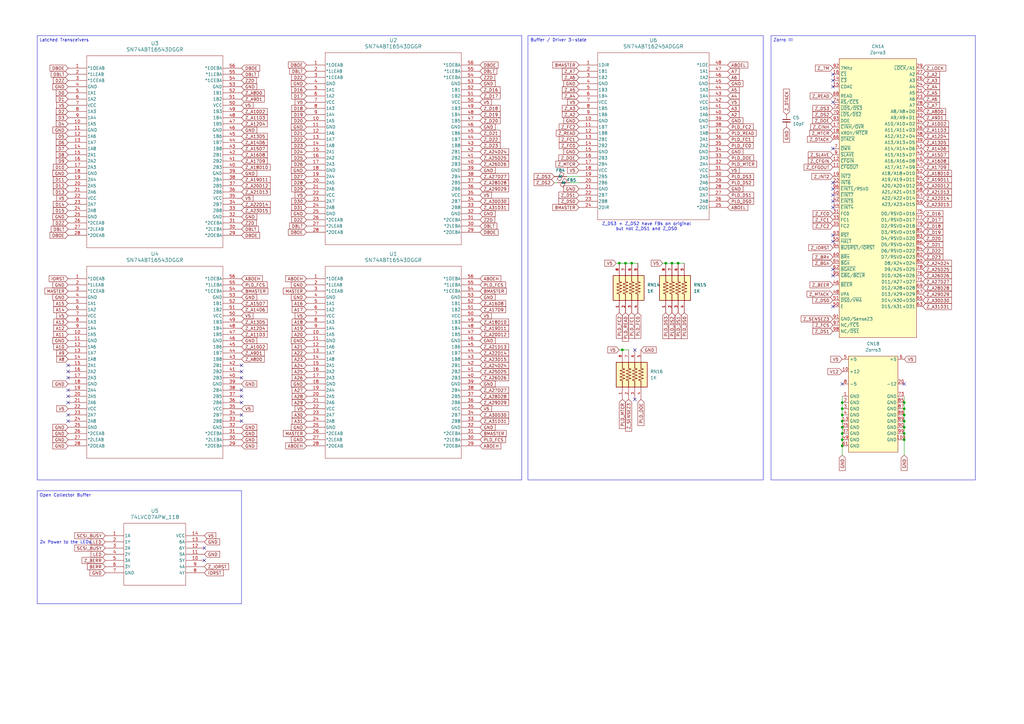
<source format=kicad_sch>
(kicad_sch (version 20250114) (generator "eeschema") (generator_version "9.0")
  (paper "A3")
  (title_block (title "A4092") (rev "PROTO0") (company "amiga.technology"))
  (text "Z_DS3 + Z_DS2 have FBs on original\nbut not Z_DS1 and Z_DS0" (at 265.176 92.964 0) (effects (font (size 1.27 1.27))))
  (text "2x Power to the LEDs." (at 27.178 222.504 0) (effects (font (size 1.27 1.27))))
  (text_box "Buffer / Driver 3-state\n" (at 216.535 14.605 0) (size 96.52 182.245) (margins 0.9525 0.9525 0.9525 0.9525) (effects (font (size 1.27 1.27)) (justify left top)))
  (text_box "Latched Transceivers" (at 15.24 14.605 0) (size 198.755 182.245) (margins 0.9525 0.9525 0.9525 0.9525) (effects (font (size 1.27 1.27)) (justify left top)))
  (text_box "Open Collector Buffer\n" (at 15.24 201.295 0) (size 83.82 46.355) (margins 0.9525 0.9525 0.9525 0.9525) (effects (font (size 1.27 1.27)) (justify left top)))
  (text_box "Zorro III" (at 316.23 14.605 0) (size 83.82 182.245) (margins 0.9525 0.9525 0.9525 0.9525) (effects (font (size 1.27 1.27)) (justify left top)))
  (junction (at 345.44 182.88))
  (junction (at 259.08 107.95))
  (junction (at 255.27 143.51))
  (junction (at 345.44 175.26))
  (junction (at 278.13 107.95))
  (junction (at 273.05 107.95))
  (junction (at 370.84 175.26))
  (junction (at 370.84 165.1))
  (junction (at 254 107.95))
  (junction (at 370.84 172.72))
  (junction (at 345.44 167.64))
  (junction (at 345.44 170.18))
  (junction (at 345.44 180.34))
  (junction (at 370.84 170.18))
  (junction (at 345.44 172.72))
  (junction (at 370.84 177.8))
  (junction (at 345.44 165.1))
  (junction (at 370.84 167.64))
  (junction (at 275.59 107.95))
  (junction (at 256.54 107.95))
  (junction (at 345.44 177.8))
  (junction (at 370.84 180.34))
  (no_connect (at 27.94 170.18))
  (no_connect (at 341.63 80.01))
  (no_connect (at 27.94 165.1))
  (no_connect (at 370.84 157.48))
  (no_connect (at 341.63 60.96))
  (no_connect (at 83.82 229.87))
  (no_connect (at 99.06 162.56))
  (no_connect (at 341.63 85.09))
  (no_connect (at 99.06 172.72))
  (no_connect (at 341.63 35.56))
  (no_connect (at 99.06 154.94))
  (no_connect (at 341.63 41.91))
  (no_connect (at 341.63 96.52))
  (no_connect (at 341.63 74.93))
  (no_connect (at 27.94 162.56))
  (no_connect (at 27.94 172.72))
  (no_connect (at 341.63 125.73))
  (no_connect (at 341.63 33.02))
  (no_connect (at 83.82 224.79))
  (no_connect (at 99.06 160.02))
  (no_connect (at 341.63 99.06))
  (no_connect (at 99.06 152.4))
  (no_connect (at 99.06 165.1))
  (no_connect (at 260.35 143.51))
  (no_connect (at 27.94 152.4))
  (no_connect (at 99.06 149.86))
  (no_connect (at 99.06 170.18))
  (no_connect (at 260.35 163.83))
  (no_connect (at 341.63 77.47))
  (no_connect (at 341.63 30.48))
  (no_connect (at 341.63 110.49))
  (no_connect (at 341.63 82.55))
  (no_connect (at 27.94 154.94))
  (no_connect (at 345.44 157.48))
  (no_connect (at 27.94 160.02))
  (no_connect (at 27.94 149.86))
  (no_connect (at 341.63 113.03))
  (wire (pts (xy 345.44 167.64) (xy 345.44 170.18)))
  (wire (pts (xy 345.44 180.34) (xy 345.44 182.88)))
  (wire (pts (xy 254 107.95) (xy 256.54 107.95)))
  (wire (pts (xy 370.84 180.34) (xy 370.84 186.69)))
  (wire (pts (xy 345.44 172.72) (xy 345.44 175.26)))
  (wire (pts (xy 256.54 107.95) (xy 259.08 107.95)))
  (wire (pts (xy 273.05 107.95) (xy 275.59 107.95)))
  (wire (pts (xy 252.73 107.95) (xy 254 107.95)))
  (wire (pts (xy 370.84 162.56) (xy 370.84 165.1)))
  (wire (pts (xy 259.08 107.95) (xy 261.62 107.95)))
  (wire (pts (xy 345.44 170.18) (xy 345.44 172.72)))
  (wire (pts (xy 370.84 170.18) (xy 370.84 172.72)))
  (wire (pts (xy 345.44 175.26) (xy 345.44 177.8)))
  (wire (pts (xy 275.59 107.95) (xy 278.13 107.95)))
  (wire (pts (xy 254 143.51) (xy 255.27 143.51)))
  (wire (pts (xy 278.13 107.95) (xy 280.67 107.95)))
  (wire (pts (xy 370.84 172.72) (xy 370.84 175.26)))
  (wire (pts (xy 370.84 167.64) (xy 370.84 170.18)))
  (wire (pts (xy 345.44 182.88) (xy 345.44 186.69)))
  (wire (pts (xy 233.68 74.93) (xy 237.49 74.93)))
  (wire (pts (xy 227.33 74.93) (xy 228.6 74.93)))
  (wire (pts (xy 345.44 165.1) (xy 345.44 167.64)))
  (wire (pts (xy 370.84 175.26) (xy 370.84 177.8)))
  (wire (pts (xy 370.84 177.8) (xy 370.84 180.34)))
  (wire (pts (xy 271.78 107.95) (xy 273.05 107.95)))
  (wire (pts (xy 345.44 177.8) (xy 345.44 180.34)))
  (wire (pts (xy 370.84 165.1) (xy 370.84 167.64)))
  (wire (pts (xy 255.27 143.51) (xy 257.81 143.51)))
  (wire (pts (xy 232.41 72.39) (xy 237.49 72.39)))
  (wire (pts (xy 345.44 162.56) (xy 345.44 165.1)))
  (global_label "D7" (shape input) (at 27.94 60.96 180) (property "Intersheetrefs" "${INTERSHEET_REFS}" (effects (hide yes))))
  (global_label "Z_DOE" (shape input) (at 341.63 49.53 180) (property "Intersheetrefs" "${INTERSHEET_REFS}" (effects (hide yes))))
  (global_label "ABOEH" (shape input) (at 196.85 114.3 0) (property "Intersheetrefs" "${INTERSHEET_REFS}" (effects (hide yes))))
  (global_label "V5" (shape input) (at 99.06 129.54 0) (property "Intersheetrefs" "${INTERSHEET_REFS}" (effects (hide yes))))
  (global_label "Z_A21D13" (shape input) (at 378.46 78.74 0) (property "Intersheetrefs" "${INTERSHEET_REFS}" (effects (hide yes))))
  (global_label "A9" (shape input) (at 27.94 144.78 180) (property "Intersheetrefs" "${INTERSHEET_REFS}" (effects (hide yes))))
  (global_label "D23" (shape input) (at 125.73 59.69 180) (property "Intersheetrefs" "${INTERSHEET_REFS}" (effects (hide yes))))
  (global_label "Z_A11D3" (shape input) (at 99.06 137.16 0) (property "Intersheetrefs" "${INTERSHEET_REFS}" (effects (hide yes))))
  (global_label "D20" (shape input) (at 125.73 49.53 180) (property "Intersheetrefs" "${INTERSHEET_REFS}" (effects (hide yes))))
  (global_label "PLD_DS2" (shape input) (at 298.45 74.93 0) (property "Intersheetrefs" "${INTERSHEET_REFS}" (effects (hide yes))))
  (global_label "GND" (shape input) (at 83.82 227.33 0) (property "Intersheetrefs" "${INTERSHEET_REFS}" (effects (hide yes))))
  (global_label "Z_A18D10" (shape input) (at 99.06 68.58 0) (property "Intersheetrefs" "${INTERSHEET_REFS}" (effects (hide yes))))
  (global_label "Z_A30D30" (shape input) (at 378.46 123.19 0) (property "Intersheetrefs" "${INTERSHEET_REFS}" (effects (hide yes))))
  (global_label "GND" (shape input) (at 196.85 87.63 0) (property "Intersheetrefs" "${INTERSHEET_REFS}" (effects (hide yes))))
  (global_label "PLD_DS1" (shape input) (at 298.45 80.01 0) (property "Intersheetrefs" "${INTERSHEET_REFS}" (effects (hide yes))))
  (global_label "MASTER" (shape input) (at 125.73 119.38 180) (property "Intersheetrefs" "${INTERSHEET_REFS}" (effects (hide yes))))
  (global_label "Z2D" (shape input) (at 196.85 31.75 0) (property "Intersheetrefs" "${INTERSHEET_REFS}" (effects (hide yes))))
  (global_label "V5" (shape input) (at 27.94 43.18 180) (property "Intersheetrefs" "${INTERSHEET_REFS}" (effects (hide yes))))
  (global_label "D10" (shape input) (at 27.94 68.58 180) (property "Intersheetrefs" "${INTERSHEET_REFS}" (effects (hide yes))))
  (global_label "GND" (shape input) (at 125.73 116.84 180) (property "Intersheetrefs" "${INTERSHEET_REFS}" (effects (hide yes))))
  (global_label "GND" (shape input) (at 99.06 121.92 0) (property "Intersheetrefs" "${INTERSHEET_REFS}" (effects (hide yes))))
  (global_label "Z_D23" (shape input) (at 196.85 59.69 0) (property "Intersheetrefs" "${INTERSHEET_REFS}" (effects (hide yes))))
  (global_label "LED" (shape input) (at 43.18 222.25 180) (property "Intersheetrefs" "${INTERSHEET_REFS}" (effects (hide yes))))
  (global_label "D24" (shape input) (at 125.73 62.23 180) (property "Intersheetrefs" "${INTERSHEET_REFS}" (effects (hide yes))))
  (global_label "GND" (shape input) (at 196.85 139.7 0) (property "Intersheetrefs" "${INTERSHEET_REFS}" (effects (hide yes))))
  (global_label "Z_A22D14" (shape input) (at 378.46 81.28 0) (property "Intersheetrefs" "${INTERSHEET_REFS}" (effects (hide yes))))
  (global_label "D27" (shape input) (at 125.73 72.39 180) (property "Intersheetrefs" "${INTERSHEET_REFS}" (effects (hide yes))))
  (global_label "PLD_FC1" (shape input) (at 298.45 57.15 0) (property "Intersheetrefs" "${INTERSHEET_REFS}" (effects (hide yes))))
  (global_label "Z_A19D11" (shape input) (at 196.85 134.62 0) (property "Intersheetrefs" "${INTERSHEET_REFS}" (effects (hide yes))))
  (global_label "D12" (shape input) (at 27.94 76.2 180) (property "Intersheetrefs" "${INTERSHEET_REFS}" (effects (hide yes))))
  (global_label "V5" (shape input) (at 237.49 41.91 180) (property "Intersheetrefs" "${INTERSHEET_REFS}" (effects (hide yes))))
  (global_label "Z_A26D26" (shape input) (at 196.85 154.94 0) (property "Intersheetrefs" "${INTERSHEET_REFS}" (effects (hide yes))))
  (global_label "Z_A8D0" (shape input) (at 99.06 147.32 0) (property "Intersheetrefs" "${INTERSHEET_REFS}" (effects (hide yes))))
  (global_label "V5" (shape input) (at 345.44 147.32 180) (property "Intersheetrefs" "${INTERSHEET_REFS}" (effects (hide yes))))
  (global_label "Z_CINH" (shape input) (at 341.63 52.07 180) (property "Intersheetrefs" "${INTERSHEET_REFS}" (effects (hide yes))))
  (global_label "DBOE" (shape input) (at 99.06 27.94 0) (property "Intersheetrefs" "${INTERSHEET_REFS}" (effects (hide yes))))
  (global_label "Z_A17D9" (shape input) (at 196.85 127 0) (property "Intersheetrefs" "${INTERSHEET_REFS}" (effects (hide yes))))
  (global_label "Z_A30D30" (shape input) (at 196.85 82.55 0) (property "Intersheetrefs" "${INTERSHEET_REFS}" (effects (hide yes))))
  (global_label "Z_A18D10" (shape input) (at 196.85 132.08 0) (property "Intersheetrefs" "${INTERSHEET_REFS}" (effects (hide yes))))
  (global_label "PLD_MTCR" (shape input) (at 255.27 163.83 270) (property "Intersheetrefs" "${INTERSHEET_REFS}" (effects (hide yes))))
  (global_label "Z_MTCR" (shape input) (at 341.63 54.61 180) (property "Intersheetrefs" "${INTERSHEET_REFS}" (effects (hide yes))))
  (global_label "A20" (shape input) (at 125.73 137.16 180) (property "Intersheetrefs" "${INTERSHEET_REFS}" (effects (hide yes))))
  (global_label "Z_D22" (shape input) (at 378.46 102.87 0) (property "Intersheetrefs" "${INTERSHEET_REFS}" (effects (hide yes))))
  (global_label "DBLT" (shape input) (at 99.06 30.48 0) (property "Intersheetrefs" "${INTERSHEET_REFS}" (effects (hide yes))))
  (global_label "V5" (shape input) (at 99.06 43.18 0) (property "Intersheetrefs" "${INTERSHEET_REFS}" (effects (hide yes))))
  (global_label "A10" (shape input) (at 27.94 142.24 180) (property "Intersheetrefs" "${INTERSHEET_REFS}" (effects (hide yes))))
  (global_label "GND" (shape input) (at 27.94 53.34 180) (property "Intersheetrefs" "${INTERSHEET_REFS}" (effects (hide yes))))
  (global_label "DBOE" (shape input) (at 196.85 26.67 0) (property "Intersheetrefs" "${INTERSHEET_REFS}" (effects (hide yes))))
  (global_label "Z_A28D28" (shape input) (at 378.46 118.11 0) (property "Intersheetrefs" "${INTERSHEET_REFS}" (effects (hide yes))))
  (global_label "Z_D16" (shape input) (at 196.85 36.83 0) (property "Intersheetrefs" "${INTERSHEET_REFS}" (effects (hide yes))))
  (global_label "Z_A6" (shape input) (at 237.49 31.75 180) (property "Intersheetrefs" "${INTERSHEET_REFS}" (effects (hide yes))))
  (global_label "Z_FC2" (shape input) (at 341.63 92.71 180) (property "Intersheetrefs" "${INTERSHEET_REFS}" (effects (hide yes))))
  (global_label "Z_A2" (shape input) (at 237.49 46.99 180) (property "Intersheetrefs" "${INTERSHEET_REFS}" (effects (hide yes))))
  (global_label "A24" (shape input) (at 125.73 149.86 180) (property "Intersheetrefs" "${INTERSHEET_REFS}" (effects (hide yes))))
  (global_label "D30" (shape input) (at 125.73 82.55 180) (property "Intersheetrefs" "${INTERSHEET_REFS}" (effects (hide yes))))
  (global_label "Z_A24D24" (shape input) (at 196.85 149.86 0) (property "Intersheetrefs" "${INTERSHEET_REFS}" (effects (hide yes))))
  (global_label "Z_MTACK" (shape input) (at 341.63 120.65 180) (property "Intersheetrefs" "${INTERSHEET_REFS}" (effects (hide yes))))
  (global_label "A16" (shape input) (at 125.73 124.46 180) (property "Intersheetrefs" "${INTERSHEET_REFS}" (effects (hide yes))))
  (global_label "Z_D22" (shape input) (at 196.85 57.15 0) (property "Intersheetrefs" "${INTERSHEET_REFS}" (effects (hide yes))))
  (global_label "Z_A22D14" (shape input) (at 196.85 144.78 0) (property "Intersheetrefs" "${INTERSHEET_REFS}" (effects (hide yes))))
  (global_label "Z_DS2" (shape input) (at 227.33 74.93 180) (property "Intersheetrefs" "${INTERSHEET_REFS}" (effects (hide yes))))
  (global_label "Z_A15D7" (shape input) (at 99.06 124.46 0) (property "Intersheetrefs" "${INTERSHEET_REFS}" (effects (hide yes))))
  (global_label "A11" (shape input) (at 27.94 137.16 180) (property "Intersheetrefs" "${INTERSHEET_REFS}" (effects (hide yes))))
  (global_label "PLD_READ" (shape input) (at 256.54 128.27 270) (property "Intersheetrefs" "${INTERSHEET_REFS}" (effects (hide yes))))
  (global_label "PLD_DS0" (shape input) (at 280.67 128.27 270) (property "Intersheetrefs" "${INTERSHEET_REFS}" (effects (hide yes))))
  (global_label "Z_CFGIN" (shape input) (at 341.63 66.04 180) (property "Intersheetrefs" "${INTERSHEET_REFS}" (effects (hide yes))))
  (global_label "Z_D20" (shape input) (at 378.46 97.79 0) (property "Intersheetrefs" "${INTERSHEET_REFS}" (effects (hide yes))))
  (global_label "D17" (shape input) (at 125.73 39.37 180) (property "Intersheetrefs" "${INTERSHEET_REFS}" (effects (hide yes))))
  (global_label "Z_D18" (shape input) (at 378.46 92.71 0) (property "Intersheetrefs" "${INTERSHEET_REFS}" (effects (hide yes))))
  (global_label "DBLT" (shape input) (at 99.06 93.98 0) (property "Intersheetrefs" "${INTERSHEET_REFS}" (effects (hide yes))))
  (global_label "GND" (shape input) (at 125.73 34.29 180) (property "Intersheetrefs" "${INTERSHEET_REFS}" (effects (hide yes))))
  (global_label "Z_READ" (shape input) (at 341.63 39.37 180) (property "Intersheetrefs" "${INTERSHEET_REFS}" (effects (hide yes))))
  (global_label "Z_A3" (shape input) (at 378.46 33.02 0) (property "Intersheetrefs" "${INTERSHEET_REFS}" (effects (hide yes))))
  (global_label "BMASTER" (shape input) (at 196.85 177.8 0) (property "Intersheetrefs" "${INTERSHEET_REFS}" (effects (hide yes))))
  (global_label "GND" (shape input) (at 196.85 69.85 0) (property "Intersheetrefs" "${INTERSHEET_REFS}" (effects (hide yes))))
  (global_label "DBLT" (shape input) (at 196.85 92.71 0) (property "Intersheetrefs" "${INTERSHEET_REFS}" (effects (hide yes))))
  (global_label "Z_A17D9" (shape input) (at 378.46 68.58 0) (property "Intersheetrefs" "${INTERSHEET_REFS}" (effects (hide yes))))
  (global_label "GND" (shape input) (at 99.06 175.26 0) (property "Intersheetrefs" "${INTERSHEET_REFS}" (effects (hide yes))))
  (global_label "A28" (shape input) (at 125.73 162.56 180) (property "Intersheetrefs" "${INTERSHEET_REFS}" (effects (hide yes))))
  (global_label "Z_SLAVE" (shape input) (at 341.63 63.5 180) (property "Intersheetrefs" "${INTERSHEET_REFS}" (effects (hide yes))))
  (global_label "V5" (shape input) (at 196.85 41.91 0) (property "Intersheetrefs" "${INTERSHEET_REFS}" (effects (hide yes))))
  (global_label "Z_BEER" (shape input) (at 341.63 116.84 180) (property "Intersheetrefs" "${INTERSHEET_REFS}" (effects (hide yes))))
  (global_label "GND" (shape input) (at 99.06 53.34 0) (property "Intersheetrefs" "${INTERSHEET_REFS}" (effects (hide yes))))
  (global_label "Z_A12D4" (shape input) (at 99.06 50.8 0) (property "Intersheetrefs" "${INTERSHEET_REFS}" (effects (hide yes))))
  (global_label "D14" (shape input) (at 27.94 83.82 180) (property "Intersheetrefs" "${INTERSHEET_REFS}" (effects (hide yes))))
  (global_label "Z_A31D31" (shape input) (at 378.46 125.73 0) (property "Intersheetrefs" "${INTERSHEET_REFS}" (effects (hide yes))))
  (global_label "D2Z" (shape input) (at 27.94 33.02 180) (property "Intersheetrefs" "${INTERSHEET_REFS}" (effects (hide yes))))
  (global_label "ABOEL" (shape input) (at 298.45 85.09 0) (property "Intersheetrefs" "${INTERSHEET_REFS}" (effects (hide yes))))
  (global_label "V5" (shape input) (at 298.45 69.85 0) (property "Intersheetrefs" "${INTERSHEET_REFS}" (effects (hide yes))))
  (global_label "GND" (shape input) (at 27.94 139.7 180) (property "Intersheetrefs" "${INTERSHEET_REFS}" (effects (hide yes))))
  (global_label "Z_D19" (shape input) (at 378.46 95.25 0) (property "Intersheetrefs" "${INTERSHEET_REFS}" (effects (hide yes))))
  (global_label "Z_A13D5" (shape input) (at 99.06 132.08 0) (property "Intersheetrefs" "${INTERSHEET_REFS}" (effects (hide yes))))
  (global_label "Z_DS3" (shape input) (at 341.63 44.45 180) (property "Intersheetrefs" "${INTERSHEET_REFS}" (effects (hide yes))))
  (global_label "V5" (shape input) (at 125.73 129.54 180) (property "Intersheetrefs" "${INTERSHEET_REFS}" (effects (hide yes))))
  (global_label "Z_A7" (shape input) (at 237.49 29.21 180) (property "Intersheetrefs" "${INTERSHEET_REFS}" (effects (hide yes))))
  (global_label "Z_A27D27" (shape input) (at 196.85 160.02 0) (property "Intersheetrefs" "${INTERSHEET_REFS}" (effects (hide yes))))
  (global_label "Z_A5" (shape input) (at 237.49 36.83 180) (property "Intersheetrefs" "${INTERSHEET_REFS}" (effects (hide yes))))
  (global_label "Z_A19D11" (shape input) (at 378.46 73.66 0) (property "Intersheetrefs" "${INTERSHEET_REFS}" (effects (hide yes))))
  (global_label "GND" (shape input) (at 262.89 143.51 0) (property "Intersheetrefs" "${INTERSHEET_REFS}" (effects (hide yes))))
  (global_label "PLD_FCS" (shape input) (at 196.85 116.84 0) (property "Intersheetrefs" "${INTERSHEET_REFS}" (effects (hide yes))))
  (global_label "Z_FCS" (shape input) (at 341.63 133.35 180) (property "Intersheetrefs" "${INTERSHEET_REFS}" (effects (hide yes))))
  (global_label "Z_A30D30" (shape input) (at 196.85 170.18 0) (property "Intersheetrefs" "${INTERSHEET_REFS}" (effects (hide yes))))
  (global_label "Z_D19" (shape input) (at 196.85 46.99 0) (property "Intersheetrefs" "${INTERSHEET_REFS}" (effects (hide yes))))
  (global_label "GND" (shape input) (at 370.84 186.69 270) (property "Intersheetrefs" "${INTERSHEET_REFS}" (effects (hide yes))))
  (global_label "V5" (shape input) (at 196.85 167.64 0) (property "Intersheetrefs" "${INTERSHEET_REFS}" (effects (hide yes))))
  (global_label "Z_A10D2" (shape input) (at 99.06 45.72 0) (property "Intersheetrefs" "${INTERSHEET_REFS}" (effects (hide yes))))
  (global_label "Z_A17D9" (shape input) (at 99.06 66.04 0) (property "Intersheetrefs" "${INTERSHEET_REFS}" (effects (hide yes))))
  (global_label "Z_A21D13" (shape input) (at 99.06 78.74 0) (property "Intersheetrefs" "${INTERSHEET_REFS}" (effects (hide yes))))
  (global_label "D6" (shape input) (at 27.94 58.42 180) (property "Intersheetrefs" "${INTERSHEET_REFS}" (effects (hide yes))))
  (global_label "PLD_FC1" (shape input) (at 259.08 128.27 270) (property "Intersheetrefs" "${INTERSHEET_REFS}" (effects (hide yes))))
  (global_label "GND" (shape input) (at 237.49 49.53 180) (property "Intersheetrefs" "${INTERSHEET_REFS}" (effects (hide yes))))
  (global_label "A29" (shape input) (at 125.73 165.1 180) (property "Intersheetrefs" "${INTERSHEET_REFS}" (effects (hide yes))))
  (global_label "V5" (shape input) (at 237.49 69.85 180) (property "Intersheetrefs" "${INTERSHEET_REFS}" (effects (hide yes))))
  (global_label "GND" (shape input) (at 27.94 182.88 180) (property "Intersheetrefs" "${INTERSHEET_REFS}" (effects (hide yes))))
  (global_label "Z_A11D3" (shape input) (at 99.06 48.26 0) (property "Intersheetrefs" "${INTERSHEET_REFS}" (effects (hide yes))))
  (global_label "PLD_DOE" (shape input) (at 298.45 64.77 0) (property "Intersheetrefs" "${INTERSHEET_REFS}" (effects (hide yes))))
  (global_label "GND" (shape input) (at 99.06 182.88 0) (property "Intersheetrefs" "${INTERSHEET_REFS}" (effects (hide yes))))
  (global_label "A4" (shape input) (at 298.45 39.37 0) (property "Intersheetrefs" "${INTERSHEET_REFS}" (effects (hide yes))))
  (global_label "GND" (shape input) (at 298.45 49.53 0) (property "Intersheetrefs" "${INTERSHEET_REFS}" (effects (hide yes))))
  (global_label "BMASTER" (shape input) (at 99.06 119.38 0) (property "Intersheetrefs" "${INTERSHEET_REFS}" (effects (hide yes))))
  (global_label "LED" (shape input) (at 43.18 227.33 180) (property "Intersheetrefs" "${INTERSHEET_REFS}" (effects (hide yes))))
  (global_label "V5" (shape input) (at 99.06 167.64 0) (property "Intersheetrefs" "${INTERSHEET_REFS}" (effects (hide yes))))
  (global_label "A19" (shape input) (at 125.73 134.62 180) (property "Intersheetrefs" "${INTERSHEET_REFS}" (effects (hide yes))))
  (global_label "GND" (shape input) (at 27.94 35.56 180) (property "Intersheetrefs" "${INTERSHEET_REFS}" (effects (hide yes))))
  (global_label "A25" (shape input) (at 125.73 152.4 180) (property "Intersheetrefs" "${INTERSHEET_REFS}" (effects (hide yes))))
  (global_label "D21" (shape input) (at 125.73 54.61 180) (property "Intersheetrefs" "${INTERSHEET_REFS}" (effects (hide yes))))
  (global_label "V5" (shape input) (at 125.73 80.01 180) (property "Intersheetrefs" "${INTERSHEET_REFS}" (effects (hide yes))))
  (global_label "PLD_FC2" (shape input) (at 298.45 52.07 0) (property "Intersheetrefs" "${INTERSHEET_REFS}" (effects (hide yes))))
  (global_label "PLD_FC0" (shape input) (at 261.62 128.27 270) (property "Intersheetrefs" "${INTERSHEET_REFS}" (effects (hide yes))))
  (global_label "Z_A9D1" (shape input) (at 99.06 144.78 0) (property "Intersheetrefs" "${INTERSHEET_REFS}" (effects (hide yes))))
  (global_label "PLD_DS3" (shape input) (at 273.05 128.27 270) (property "Intersheetrefs" "${INTERSHEET_REFS}" (effects (hide yes))))
  (global_label "GND" (shape input) (at 99.06 180.34 0) (property "Intersheetrefs" "${INTERSHEET_REFS}" (effects (hide yes))))
  (global_label "A2" (shape input) (at 298.45 46.99 0) (property "Intersheetrefs" "${INTERSHEET_REFS}" (effects (hide yes))))
  (global_label "Z_BERR" (shape input) (at 43.18 229.87 180) (property "Intersheetrefs" "${INTERSHEET_REFS}" (effects (hide yes))))
  (global_label "GND" (shape input) (at 27.94 177.8 180) (property "Intersheetrefs" "${INTERSHEET_REFS}" (effects (hide yes))))
  (global_label "MASTER" (shape input) (at 27.94 119.38 180) (property "Intersheetrefs" "${INTERSHEET_REFS}" (effects (hide yes))))
  (global_label "ABOEL" (shape input) (at 298.45 26.67 0) (property "Intersheetrefs" "${INTERSHEET_REFS}" (effects (hide yes))))
  (global_label "D2" (shape input) (at 27.94 45.72 180) (property "Intersheetrefs" "${INTERSHEET_REFS}" (effects (hide yes))))
  (global_label "Z_A9D1" (shape input) (at 378.46 48.26 0) (property "Intersheetrefs" "${INTERSHEET_REFS}" (effects (hide yes))))
  (global_label "D19" (shape input) (at 125.73 46.99 180) (property "Intersheetrefs" "${INTERSHEET_REFS}" (effects (hide yes))))
  (global_label "Z_A14D6" (shape input) (at 378.46 60.96 0) (property "Intersheetrefs" "${INTERSHEET_REFS}" (effects (hide yes))))
  (global_label "PLD_DS3" (shape input) (at 298.45 72.39 0) (property "Intersheetrefs" "${INTERSHEET_REFS}" (effects (hide yes))))
  (global_label "Z_DS0" (shape input) (at 341.63 123.19 180) (property "Intersheetrefs" "${INTERSHEET_REFS}" (effects (hide yes))))
  (global_label "Z_A13D5" (shape input) (at 99.06 55.88 0) (property "Intersheetrefs" "${INTERSHEET_REFS}" (effects (hide yes))))
  (global_label "A6" (shape input) (at 298.45 31.75 0) (property "Intersheetrefs" "${INTERSHEET_REFS}" (effects (hide yes))))
  (global_label "Z_7M" (shape input) (at 341.63 27.94 180) (property "Intersheetrefs" "${INTERSHEET_REFS}" (effects (hide yes))))
  (global_label "Z_D23" (shape input) (at 378.46 105.41 0) (property "Intersheetrefs" "${INTERSHEET_REFS}" (effects (hide yes))))
  (global_label "A15" (shape input) (at 27.94 124.46 180) (property "Intersheetrefs" "${INTERSHEET_REFS}" (effects (hide yes))))
  (global_label "A12" (shape input) (at 27.94 134.62 180) (property "Intersheetrefs" "${INTERSHEET_REFS}" (effects (hide yes))))
  (global_label "Z_READ" (shape input) (at 237.49 54.61 180) (property "Intersheetrefs" "${INTERSHEET_REFS}" (effects (hide yes))))
  (global_label "D29" (shape input) (at 125.73 77.47 180) (property "Intersheetrefs" "${INTERSHEET_REFS}" (effects (hide yes))))
  (global_label "DBLT" (shape input) (at 125.73 29.21 180) (property "Intersheetrefs" "${INTERSHEET_REFS}" (effects (hide yes))))
  (global_label "PLD_MTCR" (shape input) (at 298.45 67.31 0) (property "Intersheetrefs" "${INTERSHEET_REFS}" (effects (hide yes))))
  (global_label "V5" (shape input) (at 99.06 81.28 0) (property "Intersheetrefs" "${INTERSHEET_REFS}" (effects (hide yes))))
  (global_label "GND" (shape input) (at 298.45 77.47 0) (property "Intersheetrefs" "${INTERSHEET_REFS}" (effects (hide yes))))
  (global_label "PLD_DS0" (shape input) (at 298.45 82.55 0) (property "Intersheetrefs" "${INTERSHEET_REFS}" (effects (hide yes))))
  (global_label "GND" (shape input) (at 99.06 139.7 0) (property "Intersheetrefs" "${INTERSHEET_REFS}" (effects (hide yes))))
  (global_label "DBLT" (shape input) (at 27.94 30.48 180) (property "Intersheetrefs" "${INTERSHEET_REFS}" (effects (hide yes))))
  (global_label "Z_A6" (shape input) (at 378.46 40.64 0) (property "Intersheetrefs" "${INTERSHEET_REFS}" (effects (hide yes))))
  (global_label "GND" (shape input) (at 298.45 62.23 0) (property "Intersheetrefs" "${INTERSHEET_REFS}" (effects (hide yes))))
  (global_label "BMASTER" (shape input) (at 237.49 26.67 180) (property "Intersheetrefs" "${INTERSHEET_REFS}" (effects (hide yes))))
  (global_label "GND" (shape input) (at 237.49 62.23 180) (property "Intersheetrefs" "${INTERSHEET_REFS}" (effects (hide yes))))
  (global_label "V5" (shape input) (at 27.94 129.54 180) (property "Intersheetrefs" "${INTERSHEET_REFS}" (effects (hide yes))))
  (global_label "GND" (shape input) (at 125.73 69.85 180) (property "Intersheetrefs" "${INTERSHEET_REFS}" (effects (hide yes))))
  (global_label "Z_A10D2" (shape input) (at 378.46 50.8 0) (property "Intersheetrefs" "${INTERSHEET_REFS}" (effects (hide yes))))
  (global_label "D2Z" (shape input) (at 125.73 31.75 180) (property "Intersheetrefs" "${INTERSHEET_REFS}" (effects (hide yes))))
  (global_label "Z_LOCK" (shape input) (at 378.46 27.94 0) (property "Intersheetrefs" "${INTERSHEET_REFS}" (effects (hide yes))))
  (global_label "V5" (shape input) (at 27.94 167.64 180) (property "Intersheetrefs" "${INTERSHEET_REFS}" (effects (hide yes))))
  (global_label "Z_BGn" (shape input) (at 341.63 107.95 180) (property "Intersheetrefs" "${INTERSHEET_REFS}" (effects (hide yes))))
  (global_label "Z_A8D0" (shape input) (at 99.06 38.1 0) (property "Intersheetrefs" "${INTERSHEET_REFS}" (effects (hide yes))))
  (global_label "Z_A29D29" (shape input) (at 378.46 120.65 0) (property "Intersheetrefs" "${INTERSHEET_REFS}" (effects (hide yes))))
  (global_label "Z_A29D29" (shape input) (at 196.85 165.1 0) (property "Intersheetrefs" "${INTERSHEET_REFS}" (effects (hide yes))))
  (global_label "V5" (shape input) (at 83.82 219.71 0) (property "Intersheetrefs" "${INTERSHEET_REFS}" (effects (hide yes))))
  (global_label "D8" (shape input) (at 27.94 63.5 180) (property "Intersheetrefs" "${INTERSHEET_REFS}" (effects (hide yes))))
  (global_label "Z_DS3" (shape input) (at 227.33 72.39 180) (property "Intersheetrefs" "${INTERSHEET_REFS}" (effects (hide yes))))
  (global_label "DBOE" (shape input) (at 99.06 96.52 0) (property "Intersheetrefs" "${INTERSHEET_REFS}" (effects (hide yes))))
  (global_label "PLD_FC0" (shape input) (at 298.45 59.69 0) (property "Intersheetrefs" "${INTERSHEET_REFS}" (effects (hide yes))))
  (global_label "GND" (shape input) (at 345.44 186.69 270) (property "Intersheetrefs" "${INTERSHEET_REFS}" (effects (hide yes))))
  (global_label "Z_A23D15" (shape input) (at 196.85 147.32 0) (property "Intersheetrefs" "${INTERSHEET_REFS}" (effects (hide yes))))
  (global_label "D2Z" (shape input) (at 125.73 90.17 180) (property "Intersheetrefs" "${INTERSHEET_REFS}" (effects (hide yes))))
  (global_label "DBOE" (shape input) (at 27.94 96.52 180) (property "Intersheetrefs" "${INTERSHEET_REFS}" (effects (hide yes))))
  (global_label "A31" (shape input) (at 125.73 172.72 180) (property "Intersheetrefs" "${INTERSHEET_REFS}" (effects (hide yes))))
  (global_label "Z_A12D4" (shape input) (at 378.46 55.88 0) (property "Intersheetrefs" "${INTERSHEET_REFS}" (effects (hide yes))))
  (global_label "Z_A3" (shape input) (at 237.49 44.45 180) (property "Intersheetrefs" "${INTERSHEET_REFS}" (effects (hide yes))))
  (global_label "V5" (shape input) (at 271.78 107.95 180) (property "Intersheetrefs" "${INTERSHEET_REFS}" (effects (hide yes))))
  (global_label "Z_D21" (shape input) (at 378.46 100.33 0) (property "Intersheetrefs" "${INTERSHEET_REFS}" (effects (hide yes))))
  (global_label "GND" (shape input) (at 83.82 222.25 0) (property "Intersheetrefs" "${INTERSHEET_REFS}" (effects (hide yes))))
  (global_label "GND" (shape input) (at 99.06 157.48 0) (property "Intersheetrefs" "${INTERSHEET_REFS}" (effects (hide yes))))
  (global_label "Z_A31D31" (shape input) (at 196.85 85.09 0) (property "Intersheetrefs" "${INTERSHEET_REFS}" (effects (hide yes))))
  (global_label "DBOE" (shape input) (at 125.73 26.67 180) (property "Intersheetrefs" "${INTERSHEET_REFS}" (effects (hide yes))))
  (global_label "Z_A24D24" (shape input) (at 196.85 62.23 0) (property "Intersheetrefs" "${INTERSHEET_REFS}" (effects (hide yes))))
  (global_label "Z_D21" (shape input) (at 196.85 54.61 0) (property "Intersheetrefs" "${INTERSHEET_REFS}" (effects (hide yes))))
  (global_label "Z_A12D4" (shape input) (at 99.06 134.62 0) (property "Intersheetrefs" "${INTERSHEET_REFS}" (effects (hide yes))))
  (global_label "DBLT" (shape input) (at 125.73 92.71 180) (property "Intersheetrefs" "${INTERSHEET_REFS}" (effects (hide yes))))
  (global_label "GND" (shape input) (at 196.85 121.92 0) (property "Intersheetrefs" "${INTERSHEET_REFS}" (effects (hide yes))))
  (global_label "DBOE" (shape input) (at 27.94 27.94 180) (property "Intersheetrefs" "${INTERSHEET_REFS}" (effects (hide yes))))
  (global_label "GND" (shape input) (at 99.06 71.12 0) (property "Intersheetrefs" "${INTERSHEET_REFS}" (effects (hide yes))))
  (global_label "A13" (shape input) (at 27.94 132.08 180) (property "Intersheetrefs" "${INTERSHEET_REFS}" (effects (hide yes))))
  (global_label "Z_A25D25" (shape input) (at 196.85 152.4 0) (property "Intersheetrefs" "${INTERSHEET_REFS}" (effects (hide yes))))
  (global_label "GND" (shape input) (at 125.73 52.07 180) (property "Intersheetrefs" "${INTERSHEET_REFS}" (effects (hide yes))))
  (global_label "GND" (shape input) (at 125.73 121.92 180) (property "Intersheetrefs" "${INTERSHEET_REFS}" (effects (hide yes))))
  (global_label "GND" (shape input) (at 43.18 234.95 180) (property "Intersheetrefs" "${INTERSHEET_REFS}" (effects (hide yes))))
  (global_label "D5" (shape input) (at 27.94 55.88 180) (property "Intersheetrefs" "${INTERSHEET_REFS}" (effects (hide yes))))
  (global_label "A21" (shape input) (at 125.73 142.24 180) (property "Intersheetrefs" "${INTERSHEET_REFS}" (effects (hide yes))))
  (global_label "GND" (shape input) (at 99.06 35.56 0) (property "Intersheetrefs" "${INTERSHEET_REFS}" (effects (hide yes))))
  (global_label "Z_A8D0" (shape input) (at 378.46 45.72 0) (property "Intersheetrefs" "${INTERSHEET_REFS}" (effects (hide yes))))
  (global_label "GND" (shape input) (at 298.45 34.29 0) (property "Intersheetrefs" "${INTERSHEET_REFS}" (effects (hide yes))))
  (global_label "GND" (shape input) (at 125.73 139.7 180) (property "Intersheetrefs" "${INTERSHEET_REFS}" (effects (hide yes))))
  (global_label "IORST" (shape input) (at 27.94 114.3 180) (property "Intersheetrefs" "${INTERSHEET_REFS}" (effects (hide yes))))
  (global_label "GND" (shape input) (at 196.85 175.26 0) (property "Intersheetrefs" "${INTERSHEET_REFS}" (effects (hide yes))))
  (global_label "Z_A21D13" (shape input) (at 196.85 142.24 0) (property "Intersheetrefs" "${INTERSHEET_REFS}" (effects (hide yes))))
  (global_label "GND" (shape input) (at 125.73 180.34 180) (property "Intersheetrefs" "${INTERSHEET_REFS}" (effects (hide yes))))
  (global_label "Z_SENSEZ3" (shape input) (at 257.81 163.83 270) (property "Intersheetrefs" "${INTERSHEET_REFS}" (effects (hide yes))))
  (global_label "V5" (shape input) (at 125.73 41.91 180) (property "Intersheetrefs" "${INTERSHEET_REFS}" (effects (hide yes))))
  (global_label "Z_DOE" (shape input) (at 237.49 64.77 180) (property "Intersheetrefs" "${INTERSHEET_REFS}" (effects (hide yes))))
  (global_label "Z_FC0" (shape input) (at 341.63 87.63 180) (property "Intersheetrefs" "${INTERSHEET_REFS}" (effects (hide yes))))
  (global_label "PLD_FCS" (shape input) (at 196.85 180.34 0) (property "Intersheetrefs" "${INTERSHEET_REFS}" (effects (hide yes))))
  (global_label "D25" (shape input) (at 125.73 64.77 180) (property "Intersheetrefs" "${INTERSHEET_REFS}" (effects (hide yes))))
  (global_label "Z_DS1" (shape input) (at 341.63 135.89 180) (property "Intersheetrefs" "${INTERSHEET_REFS}" (effects (hide yes))))
  (global_label "Z_A5" (shape input) (at 378.46 38.1 0) (property "Intersheetrefs" "${INTERSHEET_REFS}" (effects (hide yes))))
  (global_label "GND" (shape input) (at 196.85 34.29 0) (property "Intersheetrefs" "${INTERSHEET_REFS}" (effects (hide yes))))
  (global_label "ABOEH" (shape input) (at 125.73 114.3 180) (property "Intersheetrefs" "${INTERSHEET_REFS}" (effects (hide yes))))
  (global_label "Z_DS0" (shape input) (at 237.49 82.55 180) (property "Intersheetrefs" "${INTERSHEET_REFS}" (effects (hide yes))))
  (global_label "A26" (shape input) (at 125.73 154.94 180) (property "Intersheetrefs" "${INTERSHEET_REFS}" (effects (hide yes))))
  (global_label "Z_FC0" (shape input) (at 237.49 59.69 180) (property "Intersheetrefs" "${INTERSHEET_REFS}" (effects (hide yes))))
  (global_label "A8" (shape input) (at 27.94 147.32 180) (property "Intersheetrefs" "${INTERSHEET_REFS}" (effects (hide yes))))
  (global_label "Z2D" (shape input) (at 99.06 91.44 0) (property "Intersheetrefs" "${INTERSHEET_REFS}" (effects (hide yes))))
  (global_label "PLD_FC2" (shape input) (at 254 128.27 270) (property "Intersheetrefs" "${INTERSHEET_REFS}" (effects (hide yes))))
  (global_label "Z_MTCR" (shape input) (at 237.49 67.31 180) (property "Intersheetrefs" "${INTERSHEET_REFS}" (effects (hide yes))))
  (global_label "V12" (shape input) (at 345.44 152.4 180) (property "Intersheetrefs" "${INTERSHEET_REFS}" (effects (hide yes))))
  (global_label "Z_A26D26" (shape input) (at 378.46 113.03 0) (property "Intersheetrefs" "${INTERSHEET_REFS}" (effects (hide yes))))
  (global_label "GND" (shape input) (at 125.73 87.63 180) (property "Intersheetrefs" "${INTERSHEET_REFS}" (effects (hide yes))))
  (global_label "Z_A10D2" (shape input) (at 99.06 142.24 0) (property "Intersheetrefs" "${INTERSHEET_REFS}" (effects (hide yes))))
  (global_label "ABOEH" (shape input) (at 99.06 114.3 0) (property "Intersheetrefs" "${INTERSHEET_REFS}" (effects (hide yes))))
  (global_label "GND" (shape input) (at 237.49 34.29 180) (property "Intersheetrefs" "${INTERSHEET_REFS}" (effects (hide yes))))
  (global_label "Z_A27D27" (shape input) (at 378.46 115.57 0) (property "Intersheetrefs" "${INTERSHEET_REFS}" (effects (hide yes))))
  (global_label "D2Z" (shape input) (at 27.94 91.44 180) (property "Intersheetrefs" "${INTERSHEET_REFS}" (effects (hide yes))))
  (global_label "GND" (shape input) (at 27.94 180.34 180) (property "Intersheetrefs" "${INTERSHEET_REFS}" (effects (hide yes))))
  (global_label "PLD_FCS" (shape input) (at 99.06 116.84 0) (property "Intersheetrefs" "${INTERSHEET_REFS}" (effects (hide yes))))
  (global_label "Z_D20" (shape input) (at 196.85 49.53 0) (property "Intersheetrefs" "${INTERSHEET_REFS}" (effects (hide yes))))
  (global_label "Z_D17" (shape input) (at 378.46 90.17 0) (property "Intersheetrefs" "${INTERSHEET_REFS}" (effects (hide yes))))
  (global_label "Z_A23D15" (shape input) (at 99.06 86.36 0) (property "Intersheetrefs" "${INTERSHEET_REFS}" (effects (hide yes))))
  (global_label "Z_A4" (shape input) (at 237.49 39.37 180) (property "Intersheetrefs" "${INTERSHEET_REFS}" (effects (hide yes))))
  (global_label "Z_DTACK" (shape input) (at 341.63 57.15 180) (property "Intersheetrefs" "${INTERSHEET_REFS}" (effects (hide yes))))
  (global_label "Z_A22D14" (shape input) (at 99.06 83.82 0) (property "Intersheetrefs" "${INTERSHEET_REFS}" (effects (hide yes))))
  (global_label "Z2D" (shape input) (at 99.06 33.02 0) (property "Intersheetrefs" "${INTERSHEET_REFS}" (effects (hide yes))))
  (global_label "Z_FC1" (shape input) (at 237.49 57.15 180) (property "Intersheetrefs" "${INTERSHEET_REFS}" (effects (hide yes))))
  (global_label "Z_A23D15" (shape input) (at 378.46 83.82 0) (property "Intersheetrefs" "${INTERSHEET_REFS}" (effects (hide yes))))
  (global_label "SCSI_BUSY" (shape input) (at 43.18 219.71 180) (property "Intersheetrefs" "${INTERSHEET_REFS}" (effects (hide yes))))
  (global_label "Z_IORST" (shape input) (at 341.63 101.6 180) (property "Intersheetrefs" "${INTERSHEET_REFS}" (effects (hide yes))))
  (global_label "A5" (shape input) (at 298.45 36.83 0) (property "Intersheetrefs" "${INTERSHEET_REFS}" (effects (hide yes))))
  (global_label "GND" (shape input) (at 237.49 77.47 180) (property "Intersheetrefs" "${INTERSHEET_REFS}" (effects (hide yes))))
  (global_label "Z_BRn" (shape input) (at 341.63 105.41 180) (property "Intersheetrefs" "${INTERSHEET_REFS}" (effects (hide yes))))
  (global_label "GND" (shape input) (at 99.06 177.8 0) (property "Intersheetrefs" "${INTERSHEET_REFS}" (effects (hide yes))))
  (global_label "Z_A20D12" (shape input) (at 99.06 76.2 0) (property "Intersheetrefs" "${INTERSHEET_REFS}" (effects (hide yes))))
  (global_label "V5" (shape input) (at 125.73 167.64 180) (property "Intersheetrefs" "${INTERSHEET_REFS}" (effects (hide yes))))
  (global_label "A7" (shape input) (at 298.45 29.21 0) (property "Intersheetrefs" "${INTERSHEET_REFS}" (effects (hide yes))))
  (global_label "Z_A13D5" (shape input) (at 378.46 58.42 0) (property "Intersheetrefs" "${INTERSHEET_REFS}" (effects (hide yes))))
  (global_label "A17" (shape input) (at 125.73 127 180) (property "Intersheetrefs" "${INTERSHEET_REFS}" (effects (hide yes))))
  (global_label "Z_A28D28" (shape input) (at 196.85 74.93 0) (property "Intersheetrefs" "${INTERSHEET_REFS}" (effects (hide yes))))
  (global_label "V5" (shape input) (at 252.73 107.95 180) (property "Intersheetrefs" "${INTERSHEET_REFS}" (effects (hide yes))))
  (global_label "V5" (shape input) (at 298.45 41.91 0) (property "Intersheetrefs" "${INTERSHEET_REFS}" (effects (hide yes))))
  (global_label "MASTER" (shape input) (at 125.73 177.8 180) (property "Intersheetrefs" "${INTERSHEET_REFS}" (effects (hide yes))))
  (global_label "Z_A16D8" (shape input) (at 99.06 63.5 0) (property "Intersheetrefs" "${INTERSHEET_REFS}" (effects (hide yes))))
  (global_label "IORST" (shape input) (at 83.82 234.95 0) (property "Intersheetrefs" "${INTERSHEET_REFS}" (effects (hide yes))))
  (global_label "Z_A26D26" (shape input) (at 196.85 67.31 0) (property "Intersheetrefs" "${INTERSHEET_REFS}" (effects (hide yes))))
  (global_label "Z_A15D7" (shape input) (at 378.46 63.5 0) (property "Intersheetrefs" "${INTERSHEET_REFS}" (effects (hide yes))))
  (global_label "D4" (shape input) (at 27.94 50.8 180) (property "Intersheetrefs" "${INTERSHEET_REFS}" (effects (hide yes))))
  (global_label "Z_A29D29" (shape input) (at 196.85 77.47 0) (property "Intersheetrefs" "${INTERSHEET_REFS}" (effects (hide yes))))
  (global_label "Z_A27D27" (shape input) (at 196.85 72.39 0) (property "Intersheetrefs" "${INTERSHEET_REFS}" (effects (hide yes))))
  (global_label "V5" (shape input) (at 254 143.51 180) (property "Intersheetrefs" "${INTERSHEET_REFS}" (effects (hide yes))))
  (global_label "V5" (shape input) (at 370.84 147.32 0) (property "Intersheetrefs" "${INTERSHEET_REFS}" (effects (hide yes))))
  (global_label "Z_A20D12" (shape input) (at 378.46 76.2 0) (property "Intersheetrefs" "${INTERSHEET_REFS}" (effects (hide yes))))
  (global_label "GND" (shape input) (at 27.94 88.9 180) (property "Intersheetrefs" "${INTERSHEET_REFS}" (effects (hide yes))))
  (global_label "GND" (shape input) (at 27.94 157.48 180) (property "Intersheetrefs" "${INTERSHEET_REFS}" (effects (hide yes))))
  (global_label "Z_D16" (shape input) (at 378.46 87.63 0) (property "Intersheetrefs" "${INTERSHEET_REFS}" (effects (hide yes))))
  (global_label "Z_A24D24" (shape input) (at 378.46 107.95 0) (property "Intersheetrefs" "${INTERSHEET_REFS}" (effects (hide yes))))
  (global_label "D16" (shape input) (at 125.73 36.83 180) (property "Intersheetrefs" "${INTERSHEET_REFS}" (effects (hide yes))))
  (global_label "D26" (shape input) (at 125.73 67.31 180) (property "Intersheetrefs" "${INTERSHEET_REFS}" (effects (hide yes))))
  (global_label "BERR" (shape input) (at 43.18 232.41 180) (property "Intersheetrefs" "${INTERSHEET_REFS}" (effects (hide yes))))
  (global_label "GND" (shape input) (at 27.94 121.92 180) (property "Intersheetrefs" "${INTERSHEET_REFS}" (effects (hide yes))))
  (global_label "PLD_DOE" (shape input) (at 262.89 163.83 270) (property "Intersheetrefs" "${INTERSHEET_REFS}" (effects (hide yes))))
  (global_label "Z_D17" (shape input) (at 196.85 39.37 0) (property "Intersheetrefs" "${INTERSHEET_REFS}" (effects (hide yes))))
  (global_label "Z_A14D6" (shape input) (at 99.06 58.42 0) (property "Intersheetrefs" "${INTERSHEET_REFS}" (effects (hide yes))))
  (global_label "D11" (shape input) (at 27.94 73.66 180) (property "Intersheetrefs" "${INTERSHEET_REFS}" (effects (hide yes))))
  (global_label "V5" (shape input) (at 196.85 80.01 0) (property "Intersheetrefs" "${INTERSHEET_REFS}" (effects (hide yes))))
  (global_label "ABOEH" (shape input) (at 196.85 182.88 0) (property "Intersheetrefs" "${INTERSHEET_REFS}" (effects (hide yes))))
  (global_label "D0" (shape input) (at 27.94 38.1 180) (property "Intersheetrefs" "${INTERSHEET_REFS}" (effects (hide yes))))
  (global_label "DBOE" (shape input) (at 196.85 95.25 0) (property "Intersheetrefs" "${INTERSHEET_REFS}" (effects (hide yes))))
  (global_label "Z_A9D1" (shape input) (at 99.06 40.64 0) (property "Intersheetrefs" "${INTERSHEET_REFS}" (effects (hide yes))))
  (global_label "GND" (shape input) (at 27.94 175.26 180) (property "Intersheetrefs" "${INTERSHEET_REFS}" (effects (hide yes))))
  (global_label "Z_FC1" (shape input) (at 341.63 90.17 180) (property "Intersheetrefs" "${INTERSHEET_REFS}" (effects (hide yes))))
  (global_label "A18" (shape input) (at 125.73 132.08 180) (property "Intersheetrefs" "${INTERSHEET_REFS}" (effects (hide yes))))
  (global_label "Z_A19D11" (shape input) (at 99.06 73.66 0) (property "Intersheetrefs" "${INTERSHEET_REFS}" (effects (hide yes))))
  (global_label "PLD_READ" (shape input) (at 298.45 54.61 0) (property "Intersheetrefs" "${INTERSHEET_REFS}" (effects (hide yes))))
  (global_label "A30" (shape input) (at 125.73 170.18 180) (property "Intersheetrefs" "${INTERSHEET_REFS}" (effects (hide yes))))
  (global_label "GND" (shape input) (at 125.73 157.48 180) (property "Intersheetrefs" "${INTERSHEET_REFS}" (effects (hide yes))))
  (global_label "Z_A7" (shape input) (at 378.46 43.18 0) (property "Intersheetrefs" "${INTERSHEET_REFS}" (effects (hide yes))))
  (global_label "DBOE" (shape input) (at 125.73 95.25 180) (property "Intersheetrefs" "${INTERSHEET_REFS}" (effects (hide yes))))
  (global_label "GND" (shape input) (at 196.85 52.07 0) (property "Intersheetrefs" "${INTERSHEET_REFS}" (effects (hide yes))))
  (global_label "GND" (shape input) (at 27.94 71.12 180) (property "Intersheetrefs" "${INTERSHEET_REFS}" (effects (hide yes))))
  (global_label "Z2D" (shape input) (at 196.85 90.17 0) (property "Intersheetrefs" "${INTERSHEET_REFS}" (effects (hide yes))))
  (global_label "PLD_DS2" (shape input) (at 275.59 128.27 270) (property "Intersheetrefs" "${INTERSHEET_REFS}" (effects (hide yes))))
  (global_label "DBLT" (shape input) (at 196.85 29.21 0) (property "Intersheetrefs" "${INTERSHEET_REFS}" (effects (hide yes))))
  (global_label "Z_A16D8" (shape input) (at 378.46 66.04 0) (property "Intersheetrefs" "${INTERSHEET_REFS}" (effects (hide yes))))
  (global_label "PLD_DS1" (shape input) (at 278.13 128.27 270) (property "Intersheetrefs" "${INTERSHEET_REFS}" (effects (hide yes))))
  (global_label "V5" (shape input) (at 27.94 81.28 180) (property "Intersheetrefs" "${INTERSHEET_REFS}" (effects (hide yes))))
  (global_label "BMASTER" (shape input) (at 237.49 85.09 180) (property "Intersheetrefs" "${INTERSHEET_REFS}" (effects (hide yes))))
  (global_label "Z_A4" (shape input) (at 378.46 35.56 0) (property "Intersheetrefs" "${INTERSHEET_REFS}" (effects (hide yes))))
  (global_label "Z_A20D12" (shape input) (at 196.85 137.16 0) (property "Intersheetrefs" "${INTERSHEET_REFS}" (effects (hide yes))))
  (global_label "Z_A18D10" (shape input) (at 378.46 71.12 0) (property "Intersheetrefs" "${INTERSHEET_REFS}" (effects (hide yes))))
  (global_label "D15" (shape input) (at 27.94 86.36 180) (property "Intersheetrefs" "${INTERSHEET_REFS}" (effects (hide yes))))
  (global_label "Z_A16D8" (shape input) (at 196.85 124.46 0) (property "Intersheetrefs" "${INTERSHEET_REFS}" (effects (hide yes))))
  (global_label "A14" (shape input) (at 27.94 127 180) (property "Intersheetrefs" "${INTERSHEET_REFS}" (effects (hide yes))))
  (global_label "D18" (shape input) (at 125.73 44.45 180) (property "Intersheetrefs" "${INTERSHEET_REFS}" (effects (hide yes))))
  (global_label "A22" (shape input) (at 125.73 144.78 180) (property "Intersheetrefs" "${INTERSHEET_REFS}" (effects (hide yes))))
  (global_label "Z_SENSEZ3" (shape input) (at 341.63 130.81 180) (property "Intersheetrefs" "${INTERSHEET_REFS}" (effects (hide yes))))
  (global_label "Z_A25D25" (shape input) (at 378.46 110.49 0) (property "Intersheetrefs" "${INTERSHEET_REFS}" (effects (hide yes))))
  (global_label "Z_DS1" (shape input) (at 237.49 80.01 180) (property "Intersheetrefs" "${INTERSHEET_REFS}" (effects (hide yes))))
  (global_label "Z_DS2" (shape input) (at 341.63 46.99 180) (property "Intersheetrefs" "${INTERSHEET_REFS}" (effects (hide yes))))
  (global_label "D31" (shape input) (at 125.73 85.09 180) (property "Intersheetrefs" "${INTERSHEET_REFS}" (effects (hide yes))))
  (global_label "D3" (shape input) (at 27.94 48.26 180) (property "Intersheetrefs" "${INTERSHEET_REFS}" (effects (hide yes))))
  (global_label "GND" (shape input) (at 27.94 116.84 180) (property "Intersheetrefs" "${INTERSHEET_REFS}" (effects (hide yes))))
  (global_label "A3" (shape input) (at 298.45 44.45 0) (property "Intersheetrefs" "${INTERSHEET_REFS}" (effects (hide yes))))
  (global_label "D22" (shape input) (at 125.73 57.15 180) (property "Intersheetrefs" "${INTERSHEET_REFS}" (effects (hide yes))))
  (global_label "GND" (shape input) (at 196.85 157.48 0) (property "Intersheetrefs" "${INTERSHEET_REFS}" (effects (hide yes))))
  (global_label "A27" (shape input) (at 125.73 160.02 180) (property "Intersheetrefs" "${INTERSHEET_REFS}" (effects (hide yes))))
  (global_label "GND" (shape input) (at 125.73 175.26 180) (property "Intersheetrefs" "${INTERSHEET_REFS}" (effects (hide yes))))
  (global_label "Z_A31D31" (shape input) (at 196.85 172.72 0) (property "Intersheetrefs" "${INTERSHEET_REFS}" (effects (hide yes))))
  (global_label "Z_A15D7" (shape input) (at 99.06 60.96 0) (property "Intersheetrefs" "${INTERSHEET_REFS}" (effects (hide yes))))
  (global_label "GND" (shape input) (at 322.58 52.07 270) (property "Intersheetrefs" "${INTERSHEET_REFS}" (effects (hide yes))))
  (global_label "A23" (shape input) (at 125.73 147.32 180) (property "Intersheetrefs" "${INTERSHEET_REFS}" (effects (hide yes))))
  (global_label "BMASTER" (shape input) (at 196.85 119.38 0) (property "Intersheetrefs" "${INTERSHEET_REFS}" (effects (hide yes))))
  (global_label "Z_A11D3" (shape input) (at 378.46 53.34 0) (property "Intersheetrefs" "${INTERSHEET_REFS}" (effects (hide yes))))
  (global_label "Z_CFGOUT" (shape input) (at 341.63 68.58 180) (property "Intersheetrefs" "${INTERSHEET_REFS}" (effects (hide yes))))
  (global_label "Z_A14D6" (shape input) (at 99.06 127 0) (property "Intersheetrefs" "${INTERSHEET_REFS}" (effects (hide yes))))
  (global_label "Z_A2" (shape input) (at 378.46 30.48 0) (property "Intersheetrefs" "${INTERSHEET_REFS}" (effects (hide yes))))
  (global_label "Z_INT2" (shape input) (at 341.63 72.39 180) (property "Intersheetrefs" "${INTERSHEET_REFS}" (effects (hide yes))))
  (global_label "Z_A25D25" (shape input) (at 196.85 64.77 0) (property "Intersheetrefs" "${INTERSHEET_REFS}" (effects (hide yes))))
  (global_label "D1" (shape input) (at 27.94 40.64 180) (property "Intersheetrefs" "${INTERSHEET_REFS}" (effects (hide yes))))
  (global_label "Z_D18" (shape input) (at 196.85 44.45 0) (property "Intersheetrefs" "${INTERSHEET_REFS}" (effects (hide yes))))
  (global_label "GND" (shape input) (at 99.06 88.9 0) (property "Intersheetrefs" "${INTERSHEET_REFS}" (effects (hide yes))))
  (global_label "SCSI_BUSY" (shape input) (at 43.18 224.79 180) (property "Intersheetrefs" "${INTERSHEET_REFS}" (effects (hide yes))))
  (global_label "D28" (shape input) (at 125.73 74.93 180) (property "Intersheetrefs" "${INTERSHEET_REFS}" (effects (hide yes))))
  (global_label "V5" (shape input) (at 196.85 129.54 0) (property "Intersheetrefs" "${INTERSHEET_REFS}" (effects (hide yes))))
  (global_label "DBLT" (shape input) (at 27.94 93.98 180) (property "Intersheetrefs" "${INTERSHEET_REFS}" (effects (hide yes))))
  (global_label "Z_IORST" (shape input) (at 83.82 232.41 0) (property "Intersheetrefs" "${INTERSHEET_REFS}" (effects (hide yes))))
  (global_label "Z_FC2" (shape input) (at 237.49 52.07 180) (property "Intersheetrefs" "${INTERSHEET_REFS}" (effects (hide yes))))
  (global_label "Z_DTACK" (shape input) (at 322.58 46.99 90) (property "Intersheetrefs" "${INTERSHEET_REFS}" (effects (hide yes))))
  (global_label "Z_A28D28" (shape input) (at 196.85 162.56 0) (property "Intersheetrefs" "${INTERSHEET_REFS}" (effects (hide yes))))
  (global_label "ABOEH" (shape input) (at 125.73 182.88 180) (property "Intersheetrefs" "${INTERSHEET_REFS}" (effects (hide yes))))
  (global_label "D9" (shape input) (at 27.94 66.04 180) (property "Intersheetrefs" "${INTERSHEET_REFS}" (effects (hide yes))))
  (global_label "D13" (shape input) (at 27.94 78.74 180) (property "Intersheetrefs" "${INTERSHEET_REFS}" (effects (hide yes))))
  (symbol (lib_id "YC324-FK-071KL:YC324-FK-071KL") (at 259.08 118.11 90) (unit 1)
    (property "Reference" "RN14" (at 265.43 116.8399 90) (effects (justify right)))
    (property "Value" "1K" (at 265.43 119.3799 90) (effects (justify right)))
    (property "Footprint" "CAY16_102J4LF:BO_CAY16" (effects (hide yes)))
    (property "MAXIMUM_PACKAGE_HEIGHT" "0.7 mm" (effects (hide yes)))
    (property "PARTREV" "V.9" (effects (hide yes)))
    (property "MANUFACTURER" "Yageo" (effects (hide yes)))
    (property "SNAPEDA_PACKAGE_ID" "22941" (effects (hide yes)))
    (property "STANDARD" "IPC 7351B" (effects (hide yes)))
  )
  (symbol (lib_id "YC324-FK-071KL:YC324-FK-071KL") (at 278.13 118.11 90) (unit 1)
    (property "Reference" "RN15" (at 284.48 116.8399 90) (effects (justify right)))
    (property "Value" "1K" (at 284.48 119.3799 90) (effects (justify right)))
    (property "Footprint" "CAY16_102J4LF:BO_CAY16" (effects (hide yes)))
    (property "MAXIMUM_PACKAGE_HEIGHT" "0.7 mm" (effects (hide yes)))
    (property "PARTREV" "V.9" (effects (hide yes)))
    (property "MANUFACTURER" "Yageo" (effects (hide yes)))
    (property "SNAPEDA_PACKAGE_ID" "22941" (effects (hide yes)))
    (property "STANDARD" "IPC 7351B" (effects (hide yes)))
  )
  (symbol (lib_id "74FCT16543:CY74FCT16543TPVCT") (at 125.73 114.3 0) (unit 1)
    (property "Reference" "U1" (at 161.29 104.14 0) (effects (font (size 1.524 1.524))))
    (property "Value" "SN74ABT16543DGGR" (at 161.29 106.68 0) (effects (font (size 1.524 1.524))))
    (property "Footprint" "74FCT16543:DL56" (effects (hide yes)))
    (property "Datasheet" "https://www.ti.com/lit/ds/symlink/sn74abt16543.pdf" (effects (hide yes)))
  )
  (symbol (lib_id "Zorro3:Zorro3") (at 359.41 80.01 0) (unit 1) (in_bom no)
    (property "Reference" "CN1" (at 360.045 19.05 0))
    (property "Value" "Zorro3" (at 360.045 21.59 0))
    (property "Footprint" "Zorro3:Zorro3-CardEdge" (effects (hide yes)))
  )
  (symbol (lib_id "74FCT16543:CY74FCT16543TPVCT") (at 27.94 27.94 0) (unit 1)
    (property "Reference" "U3" (at 63.5 17.78 0) (effects (font (size 1.524 1.524))))
    (property "Value" "SN74ABT16543DGGR" (at 63.5 20.32 0) (effects (font (size 1.524 1.524))))
    (property "Footprint" "74FCT16543:DL56" (effects (hide yes)))
    (property "Datasheet" "https://www.ti.com/lit/ds/symlink/sn74abt16543.pdf" (effects (hide yes)))
  )
  (symbol (lib_id "74FCT16543:CY74FCT16543TPVCT") (at 27.94 114.3 0) (unit 1)
    (property "Reference" "U4" (at 63.5 104.14 0) (effects (font (size 1.524 1.524))))
    (property "Value" "SN74ABT16543DGGR" (at 63.5 106.68 0) (effects (font (size 1.524 1.524))))
    (property "Footprint" "74FCT16543:DL56" (effects (hide yes)))
    (property "Datasheet" "https://www.ti.com/lit/ds/symlink/sn74abt16543.pdf" (effects (hide yes)))
  )
  (symbol (lib_id "Device:FerriteBead_Small") (at 229.87 72.39 270) (unit 1)
    (property "Reference" "FB4" (at 229.87 69.85 90))
    (property "Value" "60" (at 229.87 72.39 90) (effects (font (size 0.762 0.762))))
    (property "Footprint" "Capacitor_SMD:C_0603_1608Metric_Pad1.08x0.95mm_HandSolder" (effects (hide yes)))
    (property "Datasheet" "https://www.mouser.com/datasheet/2/281/QNFA9101-1915702.pdf" (effects (hide yes)))
    (property "Description" "Ferrite bead, small symbol" (effects (hide yes)))
  )
  (symbol (lib_id "74LVC07APW_118:74LVC07APW_118") (at 43.18 219.71 0) (unit 1)
    (property "Reference" "U5" (at 63.5 209.55 0) (effects (font (size 1.524 1.524))))
    (property "Value" "74LVC07APW_118" (at 63.5 212.09 0) (effects (font (size 1.524 1.524))))
    (property "Footprint" "74LVC07APW_118:TSSOP14_5P1X4P5_NEX" (effects (hide yes)))
    (property "Datasheet" "74LVC07APW_118" (effects (hide yes)))
  )
  (symbol (lib_name "Zorro3_1") (lib_id "Zorro3:Zorro3") (at 358.14 166.37 0) (unit 2) (in_bom no)
    (property "Reference" "CN1" (at 358.14 140.97 0))
    (property "Value" "Zorro3" (at 358.14 143.51 0))
    (property "Footprint" "Zorro3:Zorro3-CardEdge" (effects (hide yes)))
  )
  (symbol (lib_id "Device:C_Small") (at 322.58 49.53 0) (unit 1)
    (property "Reference" "C5" (at 325.12 48.2662 0) (effects (justify left)))
    (property "Value" "10pF" (at 325.12 50.8062 0) (effects (justify left)))
    (property "Footprint" "Capacitor_SMD:C_0603_1608Metric_Pad1.08x0.95mm_HandSolder" (effects (hide yes)))
    (property "Description" "Unpolarized capacitor, small symbol" (effects (hide yes)))
  )
  (symbol (lib_id "YC324-FK-071KL:YC324-FK-071KL") (at 260.35 153.67 90) (unit 1)
    (property "Reference" "RN16" (at 266.7 152.3999 90) (effects (justify right)))
    (property "Value" "1K" (at 266.7 154.9399 90) (effects (justify right)))
    (property "Footprint" "CAY16_102J4LF:BO_CAY16" (effects (hide yes)))
    (property "MAXIMUM_PACKAGE_HEIGHT" "0.7 mm" (effects (hide yes)))
    (property "PARTREV" "V.9" (effects (hide yes)))
    (property "MANUFACTURER" "Yageo" (effects (hide yes)))
    (property "SNAPEDA_PACKAGE_ID" "22941" (effects (hide yes)))
    (property "STANDARD" "IPC 7351B" (effects (hide yes)))
  )
  (symbol (lib_id "SN74ABT16245ADGGR:SN74ABT16245ADGGR") (at 237.49 26.67 0) (unit 1)
    (property "Reference" "U6" (at 267.97 16.51 0) (effects (font (size 1.524 1.524))))
    (property "Value" "SN74ABT16245ADGGR" (at 267.97 19.05 0) (effects (font (size 1.524 1.524))))
    (property "Footprint" "SN74ABT16245ADGGR:DGG48" (effects (hide yes)))
    (property "Datasheet" "SN74ABT16245ADGGR" (effects (hide yes)))
  )
  (symbol (lib_id "Device:FerriteBead_Small") (at 231.14 74.93 270) (unit 1)
    (property "Reference" "FB5" (at 234.442 73.914 90))
    (property "Value" "60" (at 231.14 74.93 90) (effects (font (size 0.762 0.762))))
    (property "Footprint" "Capacitor_SMD:C_0603_1608Metric_Pad1.08x0.95mm_HandSolder" (effects (hide yes)))
    (property "Datasheet" "https://www.mouser.com/datasheet/2/281/QNFA9101-1915702.pdf" (effects (hide yes)))
    (property "Description" "Ferrite bead, small symbol" (effects (hide yes)))
  )
  (symbol (lib_id "74FCT16543:CY74FCT16543TPVCT") (at 125.73 26.67 0) (unit 1)
    (property "Reference" "U2" (at 161.29 16.51 0) (effects (font (size 1.524 1.524))))
    (property "Value" "SN74ABT16543DGGR" (at 161.29 19.05 0) (effects (font (size 1.524 1.524))))
    (property "Footprint" "74FCT16543:DL56" (effects (hide yes)))
    (property "Datasheet" "https://www.ti.com/lit/ds/symlink/sn74abt16543.pdf" (effects (hide yes)))
  )
)
</source>
